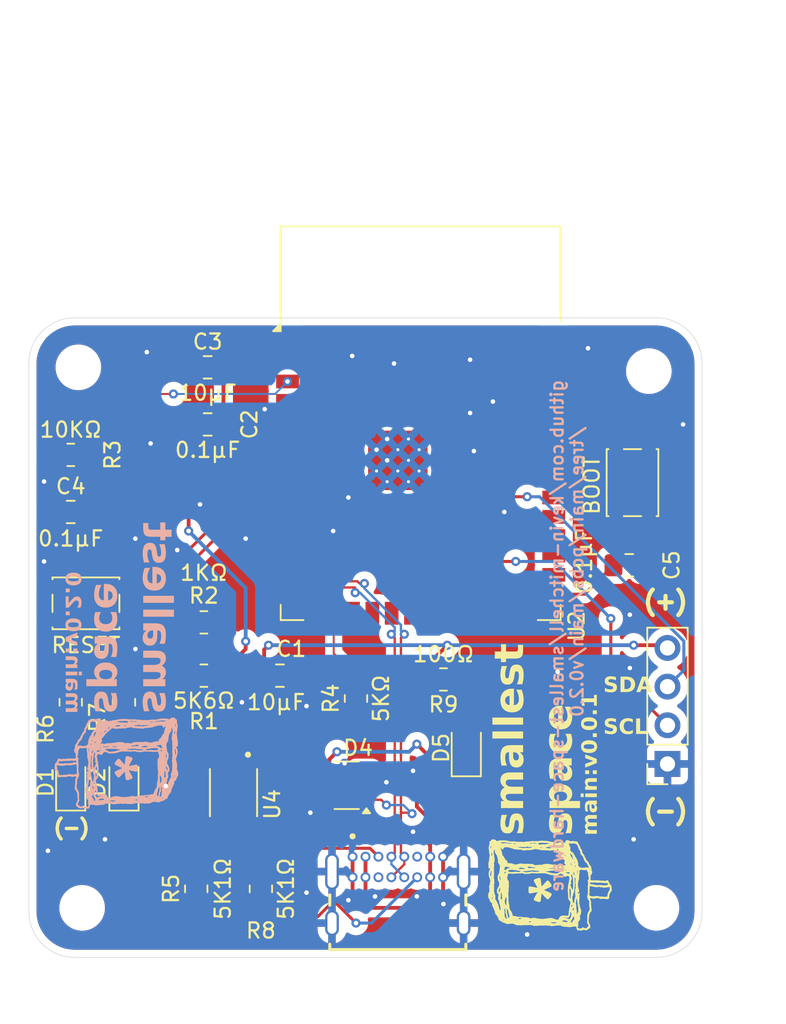
<source format=kicad_pcb>
(kicad_pcb (version 20240108) (generator "pcbnew") (generator_version "8.0")
  (title_block (title "smallest.space main v0.2.0"))
  (layers (0 "F.Cu" signal "Front") (1 "In1.Cu" signal) (2 "In2.Cu" signal) (31 "B.Cu" signal "Back") (34 "B.Paste" user) (35 "F.Paste" user) (36 "B.SilkS" user "B.Silkscreen") (37 "F.SilkS" user "F.Silkscreen") (38 "B.Mask" user) (39 "F.Mask" user) (44 "Edge.Cuts" user))
  (net 0 "")
  (net 1 "GND")
  (net 2 "Net-(U2-EN)")
  (net 4 "+3.3V")
  (net 5 "+5V")
  (net 6 "Net-(U2-IO0)")
  (net 7 "/USB_N")
  (net 9 "/USB_P")
  (net 10 "Net-(U4-ADJ)")
  (net 11 "/GPIO5")
  (net 12 "/GPIO4")
  (net 14 "Net-(D1-A)")
  (net 15 "Net-(D2-A)")
  (net 16 "/LED_ENABLED")
  (net 17 "/LED_DISABLED")
  (net 19 "Net-(D5-A)")
  (net 20 "Net-(J3-CC2)")
  (net 21 "Net-(J3-CC1)")
  (net 22 "Net-(U2-IO46)")
  (footprint "Resistor_SMD:R_0805_2012Metric_Pad1.20x1.40mm_HandSolder" (layer "F.Cu") (at 136.5 125 90)
    (property "Reference" "R4" (at 0 -1.65 90) (layer "F.SilkS"))
    (property "Value" "5KΩ" (at 0 1.65 90) (layer "F.SilkS"))
    (pad "1" smd roundrect (at -1 0 90) (size 1.2 1.4) (layers "F.Cu" "F.Paste" "F.Mask") (roundrect_rratio 0.208333) (net 1 "GND"))
    (pad "2" smd roundrect (at 1 0 90) (size 1.2 1.4) (layers "F.Cu" "F.Paste" "F.Mask") (roundrect_rratio 0.208333) (net 22 "Net-(U2-IO46)"))
  )
  (footprint "Resistor_SMD:R_0805_2012Metric_Pad1.20x1.40mm_HandSolder" (layer "F.Cu") (at 117.75 125.25 90)
    (property "Reference" "R6" (at -1.75 -1.65 90) (layer "F.SilkS"))
    (property "Value" "56Ω")
    (pad "1" smd roundrect (at -1 0 90) (size 1.2 1.4) (layers "F.Cu" "F.Paste" "F.Mask") (roundrect_rratio 0.208333) (net 14 "Net-(D1-A)"))
    (pad "2" smd roundrect (at 1 0 90) (size 1.2 1.4) (layers "F.Cu" "F.Paste" "F.Mask") (roundrect_rratio 0.208333) (net 16 "/LED_ENABLED"))
  )
  (footprint "LED_SMD:LED_0805_2012Metric_Pad1.15x1.40mm_HandSolder" (layer "F.Cu") (at 117.75 130.5 90)
    (property "Reference" "D1" (at 0 -1.65 90) (layer "F.SilkS"))
    (property "Value" "ENABLED")
    (pad "1" smd roundrect (at -1.025 0 90) (size 1.15 1.4) (layers "F.Cu" "F.Paste" "F.Mask") (roundrect_rratio 0.217391) (net 1 "GND"))
    (pad "2" smd roundrect (at 1.025 0 90) (size 1.15 1.4) (layers "F.Cu" "F.Paste" "F.Mask") (roundrect_rratio 0.217391) (net 14 "Net-(D1-A)"))
  )
  (footprint "LED_SMD:LED_0805_2012Metric_Pad1.15x1.40mm_HandSolder" (layer "F.Cu") (at 143.75 128.25 90)
    (property "Reference" "D5" (at 0 -1.65 90) (layer "F.SilkS"))
    (property "Value" "Power")
    (pad "1" smd roundrect (at -1.025 0 90) (size 1.15 1.4) (layers "F.Cu" "F.Paste" "F.Mask") (roundrect_rratio 0.217391) (net 1 "GND"))
    (pad "2" smd roundrect (at 1.025 0 90) (size 1.15 1.4) (layers "F.Cu" "F.Paste" "F.Mask") (roundrect_rratio 0.217391) (net 19 "Net-(D5-A)"))
  )
  (footprint "LD39200PUR:SON95P300X300X100-7N" (layer "F.Cu") (at 128.45 131.185 -90)
    (property "Reference" "U4" (at 0.765 -2.55 90) (layer "F.SilkS"))
    (property "Value" "LD39200PUR")
    (pad "1" smd roundrect (at -1.435 -0.95 270) (size 0.86 0.4) (layers "F.Cu" "F.Paste" "F.Mask") (roundrect_rratio 0.125) (net 4 "+3.3V"))
    (pad "2" smd roundrect (at -1.435 0 270) (size 0.86 0.4) (layers "F.Cu" "F.Paste" "F.Mask") (roundrect_rratio 0.125) (net 10 "Net-(U4-ADJ)"))
    (pad "3" smd roundrect (at -1.435 0.95 270) (size 0.86 0.4) (layers "F.Cu" "F.Paste" "F.Mask") (roundrect_rratio 0.125) (net 1 "GND"))
    (pad "4" smd roundrect (at 1.435 0.95 270) (size 0.86 0.4) (layers "F.Cu" "F.Paste" "F.Mask") (roundrect_rratio 0.125))
    (pad "5" smd roundrect (at 1.435 0 270) (size 0.86 0.4) (layers "F.Cu" "F.Paste" "F.Mask") (roundrect_rratio 0.125) (net 5 "+5V"))
    (pad "6" smd roundrect (at 1.435 -0.95 270) (size 0.86 0.4) (layers "F.Cu" "F.Paste" "F.Mask") (roundrect_rratio 0.125) (net 5 "+5V"))
    (pad "7" smd rect (at 0 0 270) (size 1.63 2.37) (layers "F.Cu" "F.Mask") (net 1 "GND"))
  )
  (footprint "MountingHole:MountingHole_2.5mm" (layer "F.Cu") (at 156.25 138.75)
    (property "Reference" "H2" (hide yes))
    (property "Value" "MountingHole")
    (pad "" np_thru_hole circle (at 0 0) (size 2.5 2.5) (drill 2.5) (layers "*.Cu" "*.Mask"))
  )
  (footprint "Resistor_SMD:R_0805_2012Metric_Pad1.20x1.40mm_HandSolder" (layer "F.Cu") (at 126.5 120 180)
    (property "Reference" "R2" (at 0 1.75 0) (layer "F.SilkS"))
    (property "Value" "1KΩ" (at 0 3.25 0) (layer "F.SilkS"))
    (pad "1" smd roundrect (at -1 0 180) (size 1.2 1.4) (layers "F.Cu" "F.Paste" "F.Mask") (roundrect_rratio 0.208333) (net 10 "Net-(U4-ADJ)"))
    (pad "2" smd roundrect (at 1 0 180) (size 1.2 1.4) (layers "F.Cu" "F.Paste" "F.Mask") (roundrect_rratio 0.208333) (net 1 "GND"))
  )
  (footprint "Button_Switch_SMD:SW_SPST_PTS810" (layer "F.Cu") (at 118.75 118.75 180)
    (property "Reference" "SW2" (hide yes))
    (property "Value" "RESET" (at 0 -2.75 0) (layer "F.SilkS"))
    (pad "1" smd rect (at -2.075 -1.075 180) (size 1.05 0.65) (layers "F.Cu" "F.Paste" "F.Mask") (net 1 "GND"))
    (pad "1" smd rect (at 2.075 -1.075 180) (size 1.05 0.65) (layers "F.Cu" "F.Paste" "F.Mask") (net 1 "GND"))
    (pad "2" smd rect (at -2.075 1.075 180) (size 1.05 0.65) (layers "F.Cu" "F.Paste" "F.Mask") (net 2 "Net-(U2-EN)"))
    (pad "2" smd rect (at 2.075 1.075 180) (size 1.05 0.65) (layers "F.Cu" "F.Paste" "F.Mask") (net 2 "Net-(U2-EN)"))
  )
  (footprint "Resistor_SMD:R_0805_2012Metric_Pad1.20x1.40mm_HandSolder" (layer "F.Cu") (at 126.5 123.5)
    (property "Reference" "R1" (at 0 3 0) (layer "F.SilkS"))
    (property "Value" "5K6Ω" (at 0 1.65 0) (layer "F.SilkS"))
    (pad "1" smd roundrect (at -1 0) (size 1.2 1.4) (layers "F.Cu" "F.Paste" "F.Mask") (roundrect_rratio 0.208333) (net 10 "Net-(U4-ADJ)"))
    (pad "2" smd roundrect (at 1 0) (size 1.2 1.4) (layers "F.Cu" "F.Paste" "F.Mask") (roundrect_rratio 0.208333) (net 4 "+3.3V"))
  )
  (footprint "MountingHole:MountingHole_2.5mm" (layer "F.Cu") (at 118.5 138.75)
    (property "Reference" "H4" (hide yes))
    (property "Value" "MountingHole")
    (pad "" np_thru_hole circle (at 0 0) (size 2.5 2.5) (drill 2.5) (layers "*.Cu" "*.Mask"))
  )
  (footprint "MountingHole:MountingHole_2.5mm" (layer "F.Cu") (at 118.25 103.25)
    (property "Reference" "H1" (hide yes))
    (property "Value" "MountingHole")
    (pad "" np_thru_hole circle (at 0 0) (size 2.5 2.5) (drill 2.5) (layers "*.Cu" "*.Mask"))
  )
  (footprint "LED_SMD:LED_0805_2012Metric_Pad1.15x1.40mm_HandSolder" (layer "F.Cu") (at 121.25 130.5 90)
    (property "Reference" "D2" (at 0 -1.75 90) (layer "F.SilkS"))
    (property "Value" "DISABLED")
    (pad "1" smd roundrect (at -1.025 0 90) (size 1.15 1.4) (layers "F.Cu" "F.Paste" "F.Mask") (roundrect_rratio 0.217391) (net 1 "GND"))
    (pad "2" smd roundrect (at 1.025 0 90) (size 1.15 1.4) (layers "F.Cu" "F.Paste" "F.Mask") (roundrect_rratio 0.217391) (net 15 "Net-(D2-A)"))
  )
  (footprint "Capacitor_SMD:C_0805_2012Metric_Pad1.18x1.45mm_HandSolder" (layer "F.Cu") (at 126.75 107)
    (property "Reference" "C2" (at 2.75 0 90) (layer "F.SilkS"))
    (property "Value" "0.1µF" (at 0 1.68 0) (layer "F.SilkS"))
    (pad "1" smd roundrect (at -1.0375 0) (size 1.175 1.45) (layers "F.Cu" "F.Paste" "F.Mask") (roundrect_rratio 0.212766) (net 1 "GND"))
    (pad "2" smd roundrect (at 1.0375 0) (size 1.175 1.45) (layers "F.Cu" "F.Paste" "F.Mask") (roundrect_rratio 0.212766) (net 4 "+3.3V"))
  )
  (footprint "Capacitor_SMD:C_0805_2012Metric_Pad1.18x1.45mm_HandSolder" (layer "F.Cu") (at 131.5 123.5)
    (property "Reference" "C1" (at 0.75 -1.75 0) (layer "F.SilkS"))
    (property "Value" "10µF" (at -0.25 1.75 0) (layer "F.SilkS"))
    (pad "1" smd roundrect (at -1.0375 0) (size 1.175 1.45) (layers "F.Cu" "F.Paste" "F.Mask") (roundrect_rratio 0.212766) (net 4 "+3.3V"))
    (pad "2" smd roundrect (at 1.0375 0) (size 1.175 1.45) (layers "F.Cu" "F.Paste" "F.Mask") (roundrect_rratio 0.212766) (net 1 "GND"))
  )
  (footprint "Resistor_SMD:R_0805_2012Metric_Pad1.20x1.40mm_HandSolder" (layer "F.Cu") (at 121.25 125.25 90)
    (property "Reference" "R7" (at -1 -1.75 90) (layer "F.SilkS"))
    (property "Value" "56Ω")
    (pad "1" smd roundrect (at -1 0 90) (size 1.2 1.4) (layers "F.Cu" "F.Paste" "F.Mask") (roundrect_rratio 0.208333) (net 15 "Net-(D2-A)"))
    (pad "2" smd roundrect (at 1 0 90) (size 1.2 1.4) (layers "F.Cu" "F.Paste" "F.Mask") (roundrect_rratio 0.208333) (net 17 "/LED_DISABLED"))
  )
  (footprint "MountingHole:MountingHole_2.5mm" (layer "F.Cu") (at 155.75 103.5)
    (property "Reference" "H3" (hide yes))
    (property "Value" "MountingHole")
    (pad "" np_thru_hole circle (at 0 0) (size 2.5 2.5) (drill 2.5) (layers "*.Cu" "*.Mask"))
  )
  (footprint "Capacitor_SMD:C_0805_2012Metric_Pad1.18x1.45mm_HandSolder" (layer "F.Cu") (at 154.4625 116.25)
    (property "Reference" "C5" (at 2.7875 0 90) (layer "F.SilkS"))
    (property "Value" "0.1µF" (at -2.9625 -0.25 90) (layer "F.SilkS"))
    (pad "1" smd roundrect (at -1.0375 0) (size 1.175 1.45) (layers "F.Cu" "F.Paste" "F.Mask") (roundrect_rratio 0.212766) (net 6 "Net-(U2-IO0)"))
    (pad "2" smd roundrect (at 1.0375 0) (size 1.175 1.45) (layers "F.Cu" "F.Paste" "F.Mask") (roundrect_rratio 0.212766) (net 1 "GND"))
  )
  (footprint "USB4085-GF-A_REVB:GCT_USB4085-GF-A_REVB" (layer "F.Cu") (at 139.25 139.75)
    (property "Reference" "J3" (hide yes))
    (property "Value" "USB4085-GF-A_REVB")
    (pad "A1" thru_hole circle (at -2.975 -4.36) (size 0.65 0.65) (drill 0.4) (layers "*.Cu" "*.Mask") (net 1 "GND"))
    (pad "A4" thru_hole circle (at -2.125 -4.36) (size 0.65 0.65) (drill 0.4) (layers "*.Cu" "*.Mask") (net 5 "+5V"))
    (pad "A5" thru_hole circle (at -1.275 -4.36) (size 0.65 0.65) (drill 0.4) (layers "*.Cu" "*.Mask") (net 21 "Net-(J3-CC1)"))
    (pad "A6" thru_hole circle (at -0.425 -4.36) (size 0.65 0.65) (drill 0.4) (layers "*.Cu" "*.Mask") (net 9 "/USB_P"))
    (pad "A7" thru_hole circle (at 0.425 -4.36) (size 0.65 0.65) (drill 0.4) (layers "*.Cu" "*.Mask") (net 7 "/USB_N"))
    (pad "A8" thru_hole circle (at 1.275 -4.36) (size 0.65 0.65) (drill 0.4) (layers "*.Cu" "*.Mask"))
    (pad "A9" thru_hole circle (at 2.125 -4.36) (size 0.65 0.65) (drill 0.4) (layers "*.Cu" "*.Mask") (net 5 "+5V"))
    (pad "A12" thru_hole circle (at 2.975 -4.36) (size 0.65 0.65) (drill 0.4) (layers "*.Cu" "*.Mask") (net 1 "GND"))
    (pad "B1" thru_hole circle (at 2.975 -3.01) (size 0.65 0.65) (drill 0.4) (layers "*.Cu" "*.Mask") (net 1 "GND"))
    (pad "B4" thru_hole circle (at 2.125 -3.01) (size 0.65 0.65) (drill 0.4) (layers "*.Cu" "*.Mask") (net 5 "+5V"))
    (pad "B5" thru_hole circle (at 1.275 -3.01) (size 0.65 0.65) (drill 0.4) (layers "*.Cu" "*.Mask") (net 20 "Net-(J3-CC2)"))
    (pad "B6" thru_hole circle (at 0.425 -3.01) (size 0.65 0.65) (drill 0.4) (layers "*.Cu" "*.Mask") (net 9 "/USB_P"))
    (pad "B7" thru_hole circle (at -0.425 -3.01) (size 0.65 0.65) (drill 0.4) (layers "*.Cu" "*.Mask") (net 7 "/USB_N"))
    (pad "B8" thru_hole circle (at -1.275 -3.01) (size 0.65 0.65) (drill 0.4) (layers "*.Cu" "*.Mask"))
    (pad "B9" thru_hole circle (at -2.125 -3.01) (size 0.65 0.65) (drill 0.4) (layers "*.Cu" "*.Mask") (net 5 "+5V"))
    (pad "B12" thru_hole circle (at -2.975 -3.01) (size 0.65 0.65) (drill 0.4) (layers "*.Cu" "*.Mask") (net 1 "GND"))
    (pad "S1" thru_hole oval (at -4.325 0) (size 0.9 1.7) (drill oval 0.6 1.4) (layers "*.Cu" "*.Mask") (net 1 "GND"))
    (pad "S2" thru_hole oval (at 4.325 0) (size 0.9 1.7) (drill oval 0.6 1.4) (layers "*.Cu" "*.Mask") (net 1 "GND"))
    (pad "S3" thru_hole oval (at -4.325 -3.38) (size 0.9 2.4) (drill oval 0.6 2.1) (layers "*.Cu" "*.Mask") (net 1 "GND"))
    (pad "S4" thru_hole oval (at 4.325 -3.38) (size 0.9 2.4) (drill oval 0.6 2.1) (layers "*.Cu" "*.Mask") (net 1 "GND"))
  )
  (footprint "Capacitor_SMD:C_0805_2012Metric_Pad1.18x1.45mm_HandSolder" (layer "F.Cu") (at 117.75 112.75)
    (property "Reference" "C4" (at 0 -1.68 0) (layer "F.SilkS"))
    (property "Value" "0.1µF" (at 0 1.75 0) (layer "F.SilkS"))
    (pad "1" smd roundrect (at -1.0375 0) (size 1.175 1.45) (layers "F.Cu" "F.Paste" "F.Mask") (roundrect_rratio 0.212766) (net 2 "Net-(U2-EN)"))
    (pad "2" smd roundrect (at 1.0375 0) (size 1.175 1.45) (layers "F.Cu" "F.Paste" "F.Mask") (roundrect_rratio 0.212766) (net 1 "GND"))
  )
  (footprint "smallest-space-graphics-footprint:smallest_space_1" (layer "F.Cu") (at 149.25 137.25 90)
    (property "Reference" "G***" (hide yes))
    (property "Value" "LOGO" (hide yes))
  )
  (footprint "Capacitor_SMD:C_0805_2012Metric_Pad1.18x1.45mm_HandSolder" (layer "F.Cu") (at 126.75 103.25)
    (property "Reference" "C3" (at 0 -1.68 0) (layer "F.SilkS"))
    (property "Value" "10µF" (at 0 1.68 0) (layer "F.SilkS"))
    (pad "1" smd roundrect (at -1.0375 0) (size 1.175 1.45) (layers "F.Cu" "F.Paste" "F.Mask") (roundrect_rratio 0.212766) (net 1 "GND"))
    (pad "2" smd roundrect (at 1.0375 0) (size 1.175 1.45) (layers "F.Cu" "F.Paste" "F.Mask") (roundrect_rratio 0.212766) (net 4 "+3.3V"))
  )
  (footprint "Button_Switch_SMD:SW_SPST_PTS810" (layer "F.Cu") (at 154.675 110.825 -90)
    (property "Reference" "SW1" (hide yes))
    (property "Value" "BOOT" (at 0.175 2.675 90) (layer "F.SilkS"))
    (pad "1" smd rect (at -2.075 -1.075 270) (size 1.05 0.65) (layers "F.Cu" "F.Paste" "F.Mask") (net 1 "GND"))
    (pad "1" smd rect (at 2.075 -1.075 270) (size 1.05 0.65) (layers "F.Cu" "F.Paste" "F.Mask") (net 1 "GND"))
    (pad "2" smd rect (at -2.075 1.075 270) (size 1.05 0.65) (layers "F.Cu" "F.Paste" "F.Mask") (net 6 "Net-(U2-IO0)"))
    (pad "2" smd rect (at 2.075 1.075 270) (size 1.05 0.65) (layers "F.Cu" "F.Paste" "F.Mask") (net 6 "Net-(U2-IO0)"))
  )
  (footprint "Resistor_SMD:R_0805_2012Metric_Pad1.20x1.40mm_HandSolder" (layer "F.Cu") (at 142.25 123.75 180)
    (property "Reference" "R9" (at 0 -1.65 0) (layer "F.SilkS"))
    (property "Value" "100Ω" (at 0 1.65 0) (layer "F.SilkS"))
    (pad "1" smd roundrect (at -1 0 180) (size 1.2 1.4) (layers "F.Cu" "F.Paste" "F.Mask") (roundrect_rratio 0.208333) (net 19 "Net-(D5-A)"))
    (pad "2" smd roundrect (at 1 0 180) (size 1.2 1.4) (layers "F.Cu" "F.Paste" "F.Mask") (roundrect_rratio 0.208333) (net 4 "+3.3V"))
  )
  (footprint "Connector_PinSocket_2.54mm:PinSocket_1x04_P2.54mm_Vertical" (layer "F.Cu") (at 156.975 129.3 180)
    (property "Reference" "J1" (hide yes))
    (property "Value" "Conn_01x04")
    (pad "1" thru_hole rect (at 0 0 180) (size 1.7 1.7) (drill 1) (layers "*.Cu" "*.Mask") (net 1 "GND"))
    (pad "2" thru_hole oval (at 0 2.54 180) (size 1.7 1.7) (drill 1) (layers "*.Cu" "*.Mask") (net 11 "/GPIO5"))
    (pad "3" thru_hole oval (at 0 5.08 180) (size 1.7 1.7) (drill 1) (layers "*.Cu" "*.Mask") (net 12 "/GPIO4"))
    (pad "4" thru_hole oval (at 0 7.62 180) (size 1.7 1.7) (drill 1) (layers "*.Cu" "*.Mask") (net 4 "+3.3V"))
  )
  (footprint "RF_Module:ESP32-S3-WROOM-1" (layer "F.Cu") (at 140.75 106.9)
    (property "Reference" "U2" (at 10.25 13.35 90) (layer "F.SilkS"))
    (property "Value" "ESP32-S3-WROOM-1")
    (pad "1" smd rect (at -8.75 -5.26) (size 1.5 0.9) (layers "F.Cu" "F.Paste" "F.Mask") (net 1 "GND"))
    (pad "2" smd rect (at -8.75 -3.99) (size 1.5 0.9) (layers "F.Cu" "F.Paste" "F.Mask") (net 4 "+3.3V"))
    (pad "3" smd rect (at -8.75 -2.72) (size 1.5 0.9) (layers "F.Cu" "F.Paste" "F.Mask") (net 2 "Net-(U2-EN)"))
    (pad "4" smd rect (at -8.75 -1.45) (size 1.5 0.9) (layers "F.Cu" "F.Paste" "F.Mask") (net 12 "/GPIO4"))
    (pad "5" smd rect (at -8.75 -0.18) (size 1.5 0.9) (layers "F.Cu" "F.Paste" "F.Mask") (net 11 "/GPIO5"))
    (pad "6" smd rect (at -8.75 1.09) (size 1.5 0.9) (layers "F.Cu" "F.Paste" "F.Mask") (net 16 "/LED_ENABLED"))
    (pad "7" smd rect (at -8.75 2.36) (size 1.5 0.9) (layers "F.Cu" "F.Paste" "F.Mask") (net 17 "/LED_DISABLED"))
    (pad "8" smd rect (at -8.75 3.63) (size 1.5 0.9) (layers "F.Cu" "F.Paste" "F.Mask"))
    (pad "9" smd rect (at -8.75 4.9) (size 1.5 0.9) (layers "F.Cu" "F.Paste" "F.Mask"))
    (pad "10" smd rect (at -8.75 6.17) (size 1.5 0.9) (layers "F.Cu" "F.Paste" "F.Mask"))
    (pad "11" smd rect (at -8.75 7.44) (size 1.5 0.9) (layers "F.Cu" "F.Paste" "F.Mask"))
    (pad "12" smd rect (at -8.75 8.71) (size 1.5 0.9) (layers "F.Cu" "F.Paste" "F.Mask"))
    (pad "13" smd rect (at -8.75 9.98) (size 1.5 0.9) (layers "F.Cu" "F.Paste" "F.Mask") (net 7 "/USB_N"))
    (pad "14" smd rect (at -8.75 11.25 180) (size 1.5 0.9) (layers "F.Cu" "F.Paste" "F.Mask") (net 9 "/USB_P"))
    (pad "15" smd rect (at -6.985 12.5 270) (size 1.5 0.9) (layers "F.Cu" "F.Paste" "F.Mask"))
    (pad "16" smd rect (at -5.715 12.5 270) (size 1.5 0.9) (layers "F.Cu" "F.Paste" "F.Mask") (net 22 "Net-(U2-IO46)"))
    (pad "17" smd rect (at -4.445 12.5 270) (size 1.5 0.9) (layers "F.Cu" "F.Paste" "F.Mask"))
    (pad "18" smd rect (at -3.175 12.5 270) (size 1.5 0.9) (layers "F.Cu" "F.Paste" "F.Mask"))
    (pad "19" smd rect (at -1.905 12.5 270) (size 1.5 0.9) (layers "F.Cu" "F.Paste" "F.Mask"))
    (pad "20" smd rect (at -0.635 12.5 270) (size 1.5 0.9) (layers "F.Cu" "F.Paste" "F.Mask"))
    (pad "21" smd rect (at 0.635 12.5 270) (size 1.5 0.9) (layers "F.Cu" "F.Paste" "F.Mask"))
    (pad "22" smd rect (at 1.905 12.5 270) (size 1.5 0.9) (layers "F.Cu" "F.Paste" "F.Mask"))
    (pad "23" smd rect (at 3.175 12.5 270) (size 1.5 0.9) (layers "F.Cu" "F.Paste" "F.Mask"))
    (pad "24" smd rect (at 4.445 12.5 270) (size 1.5 0.9) (layers "F.Cu" "F.Paste" "F.Mask"))
    (pad "25" smd rect (at 5.715 12.5 270) (size 1.5 0.9) (layers "F.Cu" "F.Paste" "F.Mask"))
    (pad "26" smd rect (at 6.985 12.5 270) (size 1.5 0.9) (layers "F.Cu" "F.Paste" "F.Mask"))
    (pad "27" smd rect (at 8.75 11.25) (size 1.5 0.9) (layers "F.Cu" "F.Paste" "F.Mask") (net 6 "Net-(U2-IO0)"))
    (pad "28" smd rect (at 8.75 9.98) (size 1.5 0.9) (layers "F.Cu" "F.Paste" "F.Mask"))
    (pad "29" smd rect (at 8.75 8.71) (size 1.5 0.9) (layers "F.Cu" "F.Paste" "F.Mask"))
    (pad "30" smd rect (at 8.75 7.44) (size 1.5 0.9) (layers "F.Cu" "F.Paste" "F.Mask"))
    (pad "31" smd rect (at 8.75 6.17) (size 1.5 0.9) (layers "F.Cu" "F.Paste" "F.Mask"))
    (pad "32" smd rect (at 8.75 4.9) (size 1.5 0.9) (layers "F.Cu" "F.Paste" "F.Mask"))
    (pad "33" smd rect (at 8.75 3.63) (size 1.5 0.9) (layers "F.Cu" "F.Paste" "F.Mask"))
    (pad "34" smd rect (at 8.75 2.36) (size 1.5 0.9) (layers "F.Cu" "F.Paste" "F.Mask"))
    (pad "35" smd rect (at 8.75 1.09) (size 1.5 0.9) (layers "F.Cu" "F.Paste" "F.Mask"))
    (pad "36" smd rect (at 8.75 -0.18) (size 1.5 0.9) (layers "F.Cu" "F.Paste" "F.Mask"))
    (pad "37" smd rect (at 8.75 -1.45) (size 1.5 0.9) (layers "F.Cu" "F.Paste" "F.Mask"))
    (pad "38" smd rect (at 8.75 -2.72) (size 1.5 0.9) (layers "F.Cu" "F.Paste" "F.Mask"))
    (pad "39" smd rect (at 8.75 -3.99) (size 1.5 0.9) (layers "F.Cu" "F.Paste" "F.Mask"))
    (pad "40" smd rect (at 8.75 -5.26) (size 1.5 0.9) (layers "F.Cu" "F.Paste" "F.Mask") (net 1 "GND"))
    (pad "41" thru_hole circle (at -2.9 1.76 90) (size 0.6 0.6) (drill 0.3) (property pad_prop_heatsink) (layers "*.Cu" "F.Mask") (net 1 "GND"))
    (pad "41" thru_hole circle (at -2.9 3.16) (size 0.6 0.6) (drill 0.2) (property pad_prop_heatsink) (layers "*.Cu" "F.Mask") (net 1 "GND"))
    (pad "41" thru_hole circle (at -2.2 1.06) (size 0.6 0.6) (drill 0.3) (property pad_prop_heatsink) (layers "*.Cu" "F.Mask") (net 1 "GND"))
    (pad "41" thru_hole circle (at -2.2 2.46) (size 0.6 0.6) (drill 0.3) (property pad_prop_heatsink) (layers "*.Cu" "F.Mask") (net 1 "GND"))
    (pad "41" thru_hole circle (at -2.2 3.86) (size 0.6 0.6) (drill 0.2) (property pad_prop_heatsink) (layers "*.Cu" "F.Mask") (net 1 "GND"))
    (pad "41" thru_hole circle (at -1.5 1.76) (size 0.6 0.6) (drill 0.2) (property pad_prop_heatsink) (layers "*.Cu" "F.Mask") (net 1 "GND"))
    (pad "41" smd rect (at -1.5 2.46 270) (size 3.9 3.9) (layers "F.Cu" "F.Mask") (net 1 "GND"))
    (pad "41" thru_hole circle (at -1.5 3.16) (size 0.6 0.6) (drill 0.2) (property pad_prop_heatsink) (layers "*.Cu" "F.Mask") (net 1 "GND"))
    (pad "41" thru_hole circle (at -0.8 1.06) (size 0.6 0.6) (drill 0.2) (property pad_prop_heatsink) (layers "*.Cu" "F.Mask") (net 1 "GND"))
    (pad "41" thru_hole circle (at -0.8 2.46) (size 0.6 0.6) (drill 0.2) (property pad_prop_heatsink) (layers "*.Cu" "F.Mask") (net 1 "GND"))
    (pad "41" thru_hole circle (at -0.8 3.86) (size 0.6 0.6) (drill 0.2) (property pad_prop_heatsink) (layers "*.Cu" "F.Mask") (net 1 "GND"))
    (pad "41" thru_hole circle (at -0.1 1.76) (size 0.6 0.6) (drill 0.2) (property pad_prop_heatsink) (layers "*.Cu" "F.Mask") (net 1 "GND"))
    (pad "41" thru_hole circle (at -0.1 3.16) (size 0.6 0.6) (drill 0.2) (property pad_prop_heatsink) (layers "*.Cu" "F.Mask") (net 1 "GND"))
    (zone (net 0) (net_name "") (layers "F.Cu" "In1.Cu" "B.Cu") (connect_pads (clearance 0)) (min_thickness 0.254)
      (keepout (tracks not_allowed) (vias not_allowed) (pads not_allowed) (copperpour not_allowed) (footprints not_allowed))
      (fill (thermal_gap 0.508) (thermal_bridge_width 0.508))
      (polygon (pts (xy 116.75 100.15) (xy 164.75 100.15) (xy 164.75 79.15) (xy 116.75 79.15)))
    )
  )
  (footprint "Package_TO_SOT_SMD:SOT-23-6" (layer "F.Cu") (at 135.8875 130.7 180)
    (property "Reference" "D4" (at -0.75 2.45 0) (layer "F.SilkS"))
    (property "Value" "ESDA6V1BC6")
    (pad "1" smd roundrect (at -1.1375 -0.95 180) (size 1.325 0.6) (layers "F.Cu" "F.Paste" "F.Mask") (net 7 "/USB_N"))
    (pad "2" smd roundrect (at -1.1375 0 180) (size 1.325 0.6) (layers "F.Cu" "F.Paste" "F.Mask") (net 1 "GND"))
    (pad "3" smd roundrect (at -1.1375 0.95 180) (size 1.325 0.6) (layers "F.Cu" "F.Paste" "F.Mask") (net 9 "/USB_P"))
    (pad "4" smd roundrect (at 1.1375 0.95 180) (size 1.325 0.6) (layers "F.Cu" "F.Paste" "F.Mask") (net 5 "+5V"))
    (pad "5" smd roundrect (at 1.1375 0 180) (size 1.325 0.6) (layers "F.Cu" "F.Paste" "F.Mask") (net 1 "GND"))
    (pad "6" smd roundrect (at 1.1375 -0.95 180) (size 1.325 0.6) (layers "F.Cu" "F.Paste" "F.Mask"))
  )
  (footprint "Resistor_SMD:R_0805_2012Metric_Pad1.20x1.40mm_HandSolder" (layer "F.Cu") (at 130.25 137.5 90)
    (property "Reference" "R8" (at -2.75 0 180) (layer "F.SilkS"))
    (property "Value" "5K1Ω" (at 0 1.65 90) (layer "F.SilkS"))
    (pad "1" smd roundrect (at -1 0 90) (size 1.2 1.4) (layers "F.Cu" "F.Paste" "F.Mask") (roundrect_rratio 0.208333) (net 21 "Net-(J3-CC1)"))
    (pad "2" smd roundrect (at 1 0 90) (size 1.2 1.4) (layers "F.Cu" "F.Paste" "F.Mask") (roundrect_rratio 0.208333) (net 1 "GND"))
  )
  (footprint "Resistor_SMD:R_0805_2012Metric_Pad1.20x1.40mm_HandSolder" (layer "F.Cu") (at 126 137.5 90)
    (property "Reference" "R5" (at 0 -1.65 90) (layer "F.SilkS"))
    (property "Value" "5K1Ω" (at 0 1.75 90) (layer "F.SilkS"))
    (pad "1" smd roundrect (at -1 0 90) (size 1.2 1.4) (layers "F.Cu" "F.Paste" "F.Mask") (roundrect_rratio 0.208333) (net 20 "Net-(J3-CC2)"))
    (pad "2" smd roundrect (at 1 0 90) (size 1.2 1.4) (layers "F.Cu" "F.Paste" "F.Mask") (roundrect_rratio 0.208333) (net 1 "GND"))
  )
  (footprint "Resistor_SMD:R_0805_2012Metric_Pad1.20x1.40mm_HandSolder" (layer "F.Cu") (at 117.75 109 180)
    (property "Reference" "R3" (at -2.75 0 90) (layer "F.SilkS"))
    (property "Value" "10KΩ" (at 0 1.65 0) (layer "F.SilkS"))
    (pad "1" smd roundrect (at -1 0 180) (size 1.2 1.4) (layers "F.Cu" "F.Paste" "F.Mask") (roundrect_rratio 0.208333) (net 4 "+3.3V"))
    (pad "2" smd roundrect (at 1 0 180) (size 1.2 1.4) (layers "F.Cu" "F.Paste" "F.Mask") (roundrect_rratio 0.208333) (net 2 "Net-(U2-EN)"))
  )
  (footprint "smallest-space-graphics-footprint:smallest_space_1" (layer "B.Cu") (at 120.75 129.25 90)
    (property "Reference" "G***" (hide yes))
    (property "Value" "LOGO" (hide yes))
  )
  (gr_arc (start 159.25 139) (mid 158.37132 141.12132) (end 156.25 142) (stroke (width 0.0381)) (layer "Edge.Cuts"))
  (gr_line (start 159.25 103) (end 159.25 139) (stroke (width 0.0381)) (layer "Edge.Cuts"))
  (gr_line (start 115 139) (end 115 103) (stroke (width 0.0381)) (layer "Edge.Cuts"))
  (gr_line (start 156.25 142) (end 118 142) (stroke (width 0.0381)) (layer "Edge.Cuts"))
  (gr_arc (start 115 103) (mid 115.87868 100.87868) (end 118 100) (stroke (width 0.0381)) (layer "Edge.Cuts"))
  (gr_line (start 118 100) (end 120 100) (stroke (width 0.0381)) (layer "Edge.Cuts"))
  (gr_arc (start 118 142) (mid 115.87868 141.12132) (end 115 139) (stroke (width 0.0381)) (layer "Edge.Cuts"))
  (gr_arc (start 156.25 100) (mid 158.37132 100.87868) (end 159.25 103) (stroke (width 0.0381)) (layer "Edge.Cuts"))
  (gr_line (start 120 100) (end 156.25 100) (stroke (width 0.0381)) (layer "Edge.Cuts"))
  (gr_text "smallest\nspace" (at 119 126 -90) (layer "B.SilkS") (effects (font (size 1.9 1.9) (thickness 0.3048) (bold yes)) (justify left bottom mirror)))
  (gr_text "github.com/kevin-mitchell/smallest-space-hardware\n	/tree/main/pcbs/main/v0.2.0" (at 151.5 104 90) (layer "B.SilkS") (effects (font (size 0.8128 0.8128) (thickness 0.1524) (bold yes)) (justify left bottom mirror)))
  (gr_text "main:v0.2.0" (at 117.25 126 -90) (layer "B.SilkS") (effects (font (size 1 1) (thickness 0.175) (bold yes)) (justify left bottom mirror)))
  (gr_text "smallest\nspace" (at 151 134 90) (layer "F.SilkS") (effects (font (size 1.9 1.9) (thickness 0.3048) (bold yes)) (justify left bottom)))
  (gr_text "(-)" (at 155.25 133 0) (layer "F.SilkS") (effects (font (size 1.1 1.1) (thickness 0.275) (bold yes)) (justify left bottom)))
  (gr_text "(-)" (at 116.5 134 0) (layer "F.SilkS") (effects (font (size 0.9 0.9) (thickness 0.225) (bold yes)) (justify left bottom)))
  (gr_text "main:v0.0.1" (at 152.5 134 90) (layer "F.SilkS") (effects (font (size 1 1) (thickness 0.175) (bold yes)) (justify left bottom)))
  (gr_text "(+)" (at 155.25 119.25 0) (layer "F.SilkS") (effects (font (size 1.1 1.1) (thickness 0.275) (bold yes)) (justify left bottom)))
  (gr_text "SCL" (at 152.75 127.5 0) (layer "F.SilkS") (effects (font (size 1 1) (thickness 0.25) (bold yes)) (justify left bottom)))
  (gr_text "SDA" (at 152.75 124.75 0) (layer "F.SilkS") (effects (font (size 1 1) (thickness 0.25) (bold yes)) (justify left bottom)))
  (segment (start 142.225 138.475) (end 142.25 138.5) (width 0.25) (layer "F.Cu") (net 1))
  (segment (start 136.275 136.74) (end 136.275 137.975) (width 0.25) (layer "F.Cu") (net 1))
  (segment (start 142.225 136.74) (end 142.225 135.39) (width 0.25) (layer "F.Cu") (net 1))
  (segment (start 142.225 136.74) (end 142.225 138.475) (width 0.25) (layer "F.Cu") (net 1))
  (segment (start 136.275 135.39) (end 136.275 136.74) (width 0.25) (layer "F.Cu") (net 1))
  (segment (start 136.275 137.975) (end 136 138.25) (width 0.25) (layer "F.Cu") (net 1))
  (via (at 154.5 123) (size 0.6) (drill 0.3) (layers "F.Cu" "B.Cu") (net 1))
  (via (at 137.75 138) (size 0.6) (drill 0.3) (layers "F.Cu" "B.Cu") (net 1))
  (via (at 138.5 130.5) (size 0.6) (drill 0.3) (layers "F.Cu" "B.Cu") (net 1))
  (via (at 151.75 102) (size 0.6) (drill 0.3) (layers "F.Cu" "B.Cu") (net 1))
  (via (at 147.75 140.5) (size 0.6) (drill 0.3) (layers "F.Cu" "B.Cu") (net 1))
  (via (at 149.75 123.25) (size 0.6) (drill 0.3) (layers "F.Cu" "B.Cu") (net 1))
  (via (at 126.25 112.25) (size 0.6) (drill 0.3) (layers "F.Cu" "B.Cu") (net 1))
  (via (at 116.25 135) (size 0.6) (drill 0.3) (layers "F.Cu" "B.Cu") (net 1))
  (via (at 133.5 132.5) (size 0.6) (drill 0.3) (layers "F.Cu" "B.Cu") (net 1))
  (via (at 122 121.75) (size 0.6) (drill 0.3) (layers "F.Cu" "B.Cu") (net 1))
  (via (at 135 114) (size 0.6) (drill 0.3) (layers "F.Cu" "B.Cu") (net 1))
  (via (at 124 130.75) (size 0.6) (drill 0.3) (layers "F.Cu" "B.Cu") (net 1))
  (via (at 124.75 115.25) (size 0.6) (drill 0.3) (layers "F.Cu" "B.Cu") (net 1))
  (via (at 144 102.75) (size 0.6) (drill 0.3) (layers "F.Cu" "B.Cu") (net 1))
  (via (at 158 107) (size 0.6) (drill 0.3) (layers "F.Cu" "B.Cu") (net 1))
  (via (at 144.25 108.75) (size 0.6) (drill 0.3) (layers "F.Cu" "B.Cu") (net 1))
  (via (at 129.25 114.5) (size 0.6) (drill 0.3) (layers "F.Cu" "B.Cu") (net 1))
  (via (at 123 108.25) (size 0.6) (drill 0.3) (layers "F.Cu" "B.Cu") (net 1))
  (via (at 142.25 138.5) (size 0.6) (drill 0.3) (layers "F.Cu" "B.Cu") (net 1))
  (via (at 145.5 105.5) (size 0.6) (drill 0.3) (layers "F.Cu" "B.Cu") (net 1))
  (via (at 120 134.25) (size 0.6) (drill 0.3) (layers "F.Cu" "B.Cu") (net 1))
  (via (at 129 125.25) (size 0.6) (drill 0.3) (layers "F.Cu" "B.Cu") (net 1))
  (via (at 133.25 137.75) (size 0.6) (drill 0.3) (layers "F.Cu" "B.Cu") (net 1))
  (via (at 140.5 138) (size 0.6) (drill 0.3) (layers "F.Cu" "B.Cu") (net 1))
  (via (at 136 111.8) (size 0.6) (drill 0.3) (layers "F.Cu" "B.Cu") (net 1))
  (via (at 146.25 112.75) (size 0.6) (drill 0.3) (layers "F.Cu" "B.Cu") (net 1))
  (via (at 140.25 129.75) (size 0.6) (drill 0.3) (layers "F.Cu" "B.Cu") (net 1))
  (via (at 135.75 129.25) (size 0.6) (drill 0.3) (layers "F.Cu" "B.Cu") (net 1))
  (via (at 140.25 133.75) (size 0.6) (drill 0.3) (layers "F.Cu" "B.Cu") (net 1))
  (via (at 139 103) (size 0.6) (drill 0.3) (layers "F.Cu" "B.Cu") (net 1))
  (via (at 122.75 102.25) (size 0.6) (drill 0.3) (layers "F.Cu" "B.Cu") (net 1))
  (via (at 133.25 125.5) (size 0.6) (drill 0.3) (layers "F.Cu" "B.Cu") (net 1))
  (via (at 154.75 134.25) (size 0.6) (drill 0.3) (layers "F.Cu" "B.Cu") (net 1))
  (via (at 144 106.25) (size 0.6) (drill 0.3) (layers "F.Cu" "B.Cu") (net 1))
  (via (at 116 110.75) (size 0.6) (drill 0.3) (layers "F.Cu" "B.Cu") (net 1))
  (via (at 136 138.25) (size 0.6) (drill 0.3) (layers "F.Cu" "B.Cu") (net 1))
  (via (at 130.5 106) (size 0.6) (drill 0.3) (layers "F.Cu" "B.Cu") (net 1))
  (via (at 154.5 119.5) (size 0.6) (drill 0.3) (layers "F.Cu" "B.Cu") (net 1))
  (via (at 122 114.5) (size 0.6) (drill 0.3) (layers "F.Cu" "B.Cu") (net 1))
  (via (at 136.25 102.5) (size 0.6) (drill 0.3) (layers "F.Cu" "B.Cu") (net 1))
  (via (at 116 116) (size 0.6) (drill 0.3) (layers "F.Cu" "B.Cu") (net 1))
  (segment (start 116.7125 117.6375) (end 116.675 117.675) (width 0.127) (layer "F.Cu") (net 2))
  (segment (start 120.75 105) (end 116.75 109) (width 0.127) (layer "F.Cu") (net 2))
  (segment (start 116.7125 112.75) (end 116.7125 117.6375) (width 0.127) (layer "F.Cu") (net 2))
  (segment (start 116.675 117.675) (end 120.825 117.675) (width 0.127) (layer "F.Cu") (net 2))
  (segment (start 116.75 109) (end 116.75 112.7125) (width 0.127) (layer "F.Cu") (net 2))
  (segment (start 124.5 105) (end 120.75 105) (width 0.127) (layer "F.Cu") (net 2))
  (segment (start 116.75 112.7125) (end 116.7125 112.75) (width 0.127) (layer "F.Cu") (net 2))
  (via (at 132 104.18) (size 0.6) (drill 0.3) (layers "F.Cu" "B.Cu") (net 2))
  (via (at 124.5 105) (size 0.6) (drill 0.3) (layers "F.Cu" "B.Cu") (net 2))
  (segment (start 131.18 105) (end 132 104.18) (width 0.127) (layer "B.Cu") (net 2))
  (segment (start 124.5 105) (end 131.18 105) (width 0.127) (layer "B.Cu") (net 2))
  (segment (start 130.4625 123.5) (end 127.5 123.5) (width 0.25) (layer "F.Cu") (net 4))
  (segment (start 121.5 111.75) (end 118.75 109) (width 0.25) (layer "F.Cu") (net 4))
  (segment (start 129.4 129.75) (end 130.4625 128.6875) (width 0.25) (layer "F.Cu") (net 4))
  (segment (start 141.25 123.75) (end 141.25 122.75) (width 0.25) (layer "F.Cu") (net 4))
  (segment (start 154.75 121.5) (end 156.795 121.5) (width 0.25) (layer "F.Cu") (net 4))
  (segment (start 130.4625 128.6875) (end 130.4625 123.5) (width 0.25) (layer "F.Cu") (net 4))
  (segment (start 127.5 123.5) (end 129.25 121.75) (width 0.25) (layer "F.Cu") (net 4))
  (segment (start 132 102.91) (end 128.1275 102.91) (width 0.25) (layer "F.Cu") (net 4))
  (segment (start 125.5 111.75) (end 125.5 111.25) (width 0.25) (layer "F.Cu") (net 4))
  (segment (start 125.5 111.75) (end 121.5 111.75) (width 0.25) (layer "F.Cu") (net 4))
  (segment (start 130.4625 123.5) (end 130.4625 121.7875) (width 0.25) (layer "F.Cu") (net 4))
  (segment (start 128.1275 102.91) (end 127.7875 103.25) (width 0.25) (layer "F.Cu") (net 4))
  (segment (start 129.25 121.75) (end 129.25 121.25) (width 0.25) (layer "F.Cu") (net 4))
  (segment (start 127.7875 108.9625) (end 127.7875 107) (width 0.25) (layer "F.Cu") (net 4))
  (segment (start 125.5 111.25) (end 127.7875 108.9625) (width 0.25) (layer "F.Cu") (net 4))
  (segment (start 141.25 122.75) (end 142.5 121.5) (width 0.25) (layer "F.Cu") (net 4))
  (segment (start 125.5 114) (end 125.5 111.75) (width 0.25) (layer "F.Cu") (net 4))
  (segment (start 130.4625 121.7875) (end 130.75 121.5) (width 0.25) (layer "F.Cu") (net 4))
  (segment (start 127.7875 107) (end 127.7875 103.25) (width 0.25) (layer "F.Cu") (net 4))
  (segment (start 156.795 121.5) (end 156.975 121.68) (width 0.25) (layer "F.Cu") (net 4))
  (via (at 129.25 121.25) (size 0.6) (drill 0.3) (layers "F.Cu" "B.Cu") (net 4))
  (via (at 130.75 121.5) (size 0.6) (drill 0.3) (layers "F.Cu" "B.Cu") (net 4))
  (via (at 154.75 121.5) (size 0.6) (drill 0.3) (layers "F.Cu" "B.Cu") (net 4))
  (via (at 142.5 121.5) (size 0.6) (drill 0.3) (layers "F.Cu" "B.Cu") (net 4))
  (via (at 125.5 114) (size 0.6) (drill 0.3) (layers "F.Cu" "B.Cu") (net 4))
  (segment (start 142.5 121.5) (end 149 121.5) (width 0.25) (layer "B.Cu") (net 4))
  (segment (start 149 121.5) (end 154.75 121.5) (width 0.25) (layer "B.Cu") (net 4))
  (segment (start 129.25 117.75) (end 125.5 114) (width 0.25) (layer "B.Cu") (net 4))
  (segment (start 129.25 121.25) (end 129.25 117.75) (width 0.25) (layer "B.Cu") (net 4))
  (segment (start 130.75 121.5) (end 142.5 121.5) (width 0.25) (layer "B.Cu") (net 4))
  (segment (start 140.5 132.102) (end 140.5 130.571) (width 0.25) (layer "F.Cu") (net 5))
  (segment (start 137.125 136.74) (end 137.125 138.625) (width 0.25) (layer "F.Cu") (net 5))
  (segment (start 137.125 138.625) (end 137.25 138.75) (width 0.25) (layer "F.Cu") (net 5))
  (segment (start 133.25 129.75) (end 130.38 132.62) (width 0.25) (layer "F.Cu") (net 5))
  (segment (start 134.75 129.75) (end 134.75 129) (width 0.25) (layer "F.Cu") (net 5))
  (segment (start 134.75 129) (end 135.25 128.5) (width 0.25) (layer "F.Cu") (net 5))
  (segment (start 141.25 129.821) (end 141.25 128.75) (width 0.25) (layer "F.Cu") (net 5))
  (segment (start 137.25 138.75) (end 140.75 138.75) (width 0.25) (layer "F.Cu") (net 5))
  (segment (start 141.375 138.125) (end 141.375 136.74) (width 0.25) (layer "F.Cu") (net 5))
  (segment (start 140.5 130.571) (end 141.25 129.821) (width 0.25) (layer "F.Cu") (net 5))
  (segment (start 141.375 135.39) (end 141.375 134.625) (width 0.25) (layer "F.Cu") (net 5))
  (segment (start 135.3625 128.6125) (end 135.25 128.5) (width 0.25) (layer "F.Cu") (net 5))
  (segment (start 141.25 132.852) (end 140.5 132.102) (width 0.25) (layer "F.Cu") (net 5))
  (segment (start 141.25 134.5) (end 141.25 132.852) (width 0.25) (layer "F.Cu") (net 5))
  (segment (start 140.75 138.75) (end 141.375 138.125) (width 0.25) (layer "F.Cu") (net 5))
  (segment (start 129.4 132.62) (end 128.45 132.62) (width 0.25) (layer "F.Cu") (net 5))
  (segment (start 141.375 134.625) (end 141.25 134.5) (width 0.25) (layer "F.Cu") (net 5))
  (segment (start 130.38 132.62) (end 129.4 132.62) (width 0.25) (layer "F.Cu") (net 5))
  (segment (start 141.25 128.75) (end 140.5 128) (width 0.25) (layer "F.Cu") (net 5))
  (segment (start 137.125 135.39) (end 137.125 136.74) (width 0.25) (layer "F.Cu") (net 5))
  (segment (start 134.75 129.75) (end 133.25 129.75) (width 0.25) (layer "F.Cu") (net 5))
  (segment (start 141.375 136.74) (end 141.375 135.39) (width 0.25) (layer "F.Cu") (net 5))
  (via (at 140.5 128) (size 0.6) (drill 0.3) (layers "F.Cu" "B.Cu") (net 5))
  (via (at 135.25 128.5) (size 0.6) (drill 0.3) (layers "F.Cu" "B.Cu") (net 5))
  (segment (start 140 128.5) (end 140.5 128) (width 0.25) (layer "B.Cu") (net 5))
  (segment (start 135.25 128.5) (end 140 128.5) (width 0.25) (layer "B.Cu") (net 5))
  (segment (start 153.425 113.325) (end 153.425 116.25) (width 0.2) (layer "F.Cu") (net 6))
  (segment (start 153.6 108.75) (end 153.6 112.9) (width 0.2) (layer "F.Cu") (net 6))
  (segment (start 153.425 116.25) (end 151.525 118.15) (width 0.2) (layer "F.Cu") (net 6))
  (segment (start 151.525 118.15) (end 149.5 118.15) (width 0.2) (layer "F.Cu") (net 6))
  (segment (start 153.6 113.15) (end 153.425 113.325) (width 0.2) (layer "F.Cu") (net 6))
  (segment (start 153.6 112.9) (end 153.6 113.15) (width 0.2) (layer "F.Cu") (net 6))
  (segment (start 140.183677 132.566323) (end 140.117354 132.5) (width 0.1524) (layer "F.Cu") (net 7))
  (segment (start 139.675 135.89) (end 138.825 136.74) (width 0.1524) (layer "F.Cu") (net 7))
  (segment (start 137.051935 117.448065) (end 136.735434 117.448065) (width 0.1524) (layer "F.Cu") (net 7))
  (segment (start 139.4532 132.5) (end 139.4532 132) (width 0.1524) (layer "F.Cu") (net 7))
  (segment (start 136.589169 117.3018) (end 134.156801 117.3018) (width 0.1524) (layer "F.Cu") (net 7))
  (segment (start 134.156801 117.3018) (end 133.725001 116.87) (width 0.1524) (layer "F.Cu") (net 7))
  (segment (start 140.117354 132.5) (end 139.4532 132.5) (width 0.1524) (layer "F.Cu") (net 7))
  (segment (start 139.4532 132) (end 139.4532 127.25) (width 0.1524) (layer "F.Cu") (net 7))
  (segment (start 139.4532 135.1682) (end 139.4532 132.5) (width 0.1524) (layer "F.Cu") (net 7))
  (segment (start 139.453201 127.249999) (end 139.453201 121.004446) (width 0.1524) (layer "F.Cu") (net 7))
  (segment (start 133.725001 116.87) (end 132.6 116.87) (width 0.1524) (layer "F.Cu") (net 7))
  (segment (start 139.675 135.39) (end 139.4532 135.1682) (width 0.1524) (layer "F.Cu") (net 7))
  (segment (start 139.4532 127.25) (end 139.453201 127.249999) (width 0.1524) (layer "F.Cu") (net 7))
  (segment (start 139.675 135.39) (end 139.675 135.89) (width 0.1524) (layer "F.Cu") (net 7))
  (segment (start 138.15 131.65) (end 138.5 132) (width 0.1524) (layer "F.Cu") (net 7))
  (segment (start 136.735434 117.448065) (end 136.589169 117.3018) (width 0.1524) (layer "F.Cu") (net 7))
  (segment (start 139.453201 121.004446) (end 139.677 120.780647) (width 0.1524) (layer "F.Cu") (net 7))
  (segment (start 137.025 131.65) (end 138.15 131.65) (width 0.1524) (layer "F.Cu") (net 7))
  (via (at 140.183677 132.566323) (size 0.6) (drill 0.3) (layers "F.Cu" "B.Cu") (net 7))
  (via (at 138.5 132) (size 0.6) (drill 0.3) (layers "F.Cu" "B.Cu") (net 7))
  (via (at 137.051935 117.448065) (size 0.6) (drill 0.3) (layers "F.Cu" "B.Cu") (net 7))
  (via (at 139.677 120.780647) (size 0.6) (drill 0.3) (layers "F.Cu" "B.Cu") (net 7))
  (segment (start 139.453201 120.556848) (end 139.453201 120.165832) (width 0.1524) (layer "B.Cu") (net 7))
  (segment (start 139.677 120.780647) (end 139.453201 120.556848) (width 0.1524) (layer "B.Cu") (net 7))
  (segment (start 138.5 132) (end 139.617354 132) (width 0.1524) (layer "B.Cu") (net 7))
  (segment (start 139.617354 132) (end 140.183677 132.566323) (width 0.1524) (layer "B.Cu") (net 7))
  (segment (start 137.051935 117.764566) (end 137.051935 117.448065) (width 0.1524) (layer "B.Cu") (net 7))
  (segment (start 139.453201 120.165832) (end 137.051935 117.764566) (width 0.1524) (layer "B.Cu") (net 7))
  (segment (start 139.0468 129.5) (end 139.0468 127.25) (width 0.1524) (layer "F.Cu") (net 9))
  (segment (start 136.420831 117.7082) (end 134.156801 117.7082) (width 0.1524) (layer "F.Cu") (net 9))
  (segment (start 139.0468 129.75) (end 139.0468 129.5) (width 0.1524) (layer "F.Cu") (net 9))
  (segment (start 137.025 129.75) (end 139.0468 129.75) (width 0.1524) (layer "F.Cu") (net 9))
  (segment (start 134.156801 117.7082) (end 133.725001 118.14) (width 0.1524) (layer "F.Cu") (net 9))
  (segment (start 139.0468 130) (end 139.0468 129.75) (width 0.1524) (layer "F.Cu") (net 9))
  (segment (start 139.0468 127.25) (end 139.046799 127.249999) (width 0.1524) (layer "F.Cu") (net 9))
  (segment (start 138.825 135.39) (end 139.0468 135.1682) (width 0.1524) (layer "F.Cu") (net 9))
  (segment (start 139.046799 121.004446) (end 138.823 120.780647) (width 0.1524) (layer "F.Cu") (net 9))
  (segment (start 139.046799 127.249999) (end 139.046799 121.004446) (width 0.1524) (layer "F.Cu") (net 9))
  (segment (start 136.448065 117.735434) (end 136.420831 117.7082) (width 0.1524) (layer "F.Cu") (net 9))
  (segment (start 139.0468 135.1682) (end 139.0468 130) (width 0.1524) (layer "F.Cu") (net 9))
  (segment (start 136.448065 118.051935) (end 136.448065 117.735434) (width 0.1524) (layer "F.Cu") (net 9))
  (segment (start 133.725001 118.14) (end 132.6 118.14) (width 0.1524) (layer "F.Cu") (net 9))
  (via (at 138.823 120.780647) (size 0.6) (drill 0.3) (layers "F.Cu" "B.Cu") (net 9))
  (via (at 136.448065 118.051935) (size 0.6) (drill 0.3) (layers "F.Cu" "B.Cu") (net 9))
  (segment (start 139.675 136.74) (end 138.825 135.89) (width 0.1524) (layer "B.Cu") (net 9))
  (segment (start 139.046799 120.556848) (end 139.046799 120.334168) (width 0.1524) (layer "B.Cu") (net 9))
  (segment (start 138.823 120.780647) (end 139.046799 120.556848) (width 0.1524) (layer "B.Cu") (net 9))
  (segment (start 139.046799 120.334168) (end 136.764566 118.051935) (width 0.1524) (layer "B.Cu") (net 9))
  (segment (start 136.764566 118.051935) (end 136.448065 118.051935) (width 0.1524) (layer "B.Cu") (net 9))
  (segment (start 138.825 135.89) (end 138.825 135.39) (width 0.1524) (layer "B.Cu") (net 9))
  (segment (start 128.45 126.45) (end 125.5 123.5) (width 0.127) (layer "F.Cu") (net 10))
  (segment (start 127.5 120) (end 127.5 121.5) (width 0.127) (layer "F.Cu") (net 10))
  (segment (start 128.45 129.75) (end 128.45 126.45) (width 0.127) (layer "F.Cu") (net 10))
  (segment (start 127.5 121.5) (end 125.5 123.5) (width 0.127) (layer "F.Cu") (net 10))
  (segment (start 137.027 111.491) (end 141.536 116) (width 0.2) (layer "F.Cu") (net 11))
  (segment (start 141.536 116) (end 147 116) (width 0.2) (layer "F.Cu") (net 11))
  (segment (start 132.47 106.72) (end 137.027 111.277) (width 0.2) (layer "F.Cu") (net 11))
  (segment (start 153.25 123.035) (end 156.975 126.76) (width 0.2) (layer "F.Cu") (net 11))
  (segment (start 137.027 111.277) (end 137.027 111.491) (width 0.2) (layer "F.Cu") (net 11))
  (segment (start 132 106.72) (end 132.47 106.72) (width 0.2) (layer "F.Cu") (net 11))
  (segment (start 153.25 119.75) (end 153.25 123.035) (width 0.2) (layer "F.Cu") (net 11))
  (via (at 147 116) (size 0.6) (drill 0.3) (layers "F.Cu" "B.Cu") (net 11))
  (via (at 153.25 119.75) (size 0.6) (drill 0.3) (layers "F.Cu" "B.Cu") (net 11))
  (segment (start 147 116) (end 149.5 116) (width 0.2) (layer "B.Cu") (net 11))
  (segment (start 149.5 116) (end 153.25 119.75) (width 0.2) (layer "B.Cu") (net 11))
  (segment (start 132 105.45) (end 139.694 105.45) (width 0.2) (layer "F.Cu") (net 12))
  (segment (start 145.994 111.75) (end 147.75 111.75) (width 0.2) (layer "F.Cu") (net 12))
  (segment (start 139.694 105.45) (end 145.994 111.75) (width 0.2) (layer "F.Cu") (net 12))
  (via (at 147.75 111.75) (size 0.6) (drill 0.3) (layers "F.Cu" "B.Cu") (net 12))
  (segment (start 158.052 121.233891) (end 158.052 123.143) (width 0.2) (layer "B.Cu") (net 12))
  (segment (start 158.052 123.143) (end 156.975 124.22) (width 0.2) (layer "B.Cu") (net 12))
  (segment (start 148.568109 111.75) (end 158.052 121.233891) (width 0.2) (layer "B.Cu") (net 12))
  (segment (start 147.75 111.75) (end 148.568109 111.75) (width 0.2) (layer "B.Cu") (net 12))
  (segment (start 117.75 126.25) (end 117.75 129.475) (width 0.127) (layer "F.Cu") (net 14))
  (segment (start 121.25 126.25) (end 121.25 129.475) (width 0.127) (layer "F.Cu") (net 15))
  (segment (start 122 121) (end 122 118.5) (width 0.2) (layer "F.Cu") (net 16))
  (segment (start 117.75 124.25) (end 121 121) (width 0.2) (layer "F.Cu") (net 16))
  (segment (start 127 110.75) (end 130 107.75) (width 0.2) (layer "F.Cu") (net 16))
  (segment (start 121 121) (end 122 121) (width 0.2) (layer "F.Cu") (net 16))
  (segment (start 122 118.5) (end 124.723 115.777) (width 0.2) (layer "F.Cu") (net 16))
  (segment (start 124.968291 115.777) (end 127 113.745291) (width 0.2) (layer "F.Cu") (net 16))
  (segment (start 130.24 107.99) (end 132 107.99) (width 0.2) (layer "F.Cu") (net 16))
  (segment (start 127 113.745291) (end 127 110.75) (width 0.2) (layer "F.Cu") (net 16))
  (segment (start 130 107.75) (end 130.24 107.99) (width 0.2) (layer "F.Cu") (net 16))
  (segment (start 124.723 115.777) (end 124.968291 115.777) (width 0.2) (layer "F.Cu") (net 16))
  (segment (start 122.75 119) (end 128 113.75) (width 0.2) (layer "F.Cu") (net 17))
  (segment (start 122.75 122.75) (end 122.75 119) (width 0.2) (layer "F.Cu") (net 17))
  (segment (start 128 111.25) (end 129.99 109.26) (width 0.2) (layer "F.Cu") (net 17))
  (segment (start 128 113.75) (end 128 111.25) (width 0.2) (layer "F.Cu") (net 17))
  (segment (start 121.25 124.25) (end 122.75 122.75) (width 0.2) (layer "F.Cu") (net 17))
  (segment (start 129.99 109.26) (end 132 109.26) (width 0.2) (layer "F.Cu") (net 17))
  (segment (start 143.75 127.225) (end 143.75 124.25) (width 0.2) (layer "F.Cu") (net 19))
  (segment (start 143.75 124.25) (end 143.25 123.75) (width 0.2) (layer "F.Cu") (net 19))
  (segment (start 134.817577 138.5) (end 135.25 138.5) (width 0.2) (layer "F.Cu") (net 20))
  (segment (start 126 138.5) (end 126.827 139.327) (width 0.2) (layer "F.Cu") (net 20))
  (segment (start 133.990577 139.327) (end 134.817577 138.5) (width 0.2) (layer "F.Cu") (net 20))
  (segment (start 126.827 139.327) (end 133.990577 139.327) (width 0.2) (layer "F.Cu") (net 20))
  (segment (start 135.25 138.5) (end 136.5 139.75) (width 0.2) (layer "F.Cu") (net 20))
  (via (at 136.5 139.75) (size 0.6) (drill 0.3) (layers "F.Cu" "B.Cu") (net 20))
  (segment (start 137.515 139.75) (end 140.525 136.74) (width 0.2) (layer "B.Cu") (net 20))
  (segment (start 136.5 139.75) (end 137.515 139.75) (width 0.2) (layer "B.Cu") (net 20))
  (segment (start 137.423 134.838) (end 137.975 135.39) (width 0.2) (layer "F.Cu") (net 21))
  (segment (start 130.25 138.5) (end 133.912 134.838) (width 0.2) (layer "F.Cu") (net 21))
  (segment (start 133.912 134.838) (end 137.423 134.838) (width 0.2) (layer "F.Cu") (net 21))
  (segment (start 136.5 124) (end 136.5 123.5) (width 0.127) (layer "F.Cu") (net 22))
  (segment (start 135.035 122.035) (end 135.035 119.4) (width 0.127) (layer "F.Cu") (net 22))
  (segment (start 136.5 123.5) (end 135.035 122.035) (width 0.127) (layer "F.Cu") (net 22))
  (zone (net 1) (net_name "GND") (layers "F&B.Cu") (connect_pads (clearance 0.5)) (min_thickness 0.25) (fill yes (thermal_gap 0.5) (thermal_bridge_width 0.5))
    (polygon (pts (xy 114.5 99.5) (xy 160.5 99.5) (xy 160.5 143) (xy 115 143) (xy 114.5 142.5)))
  )
)
</source>
